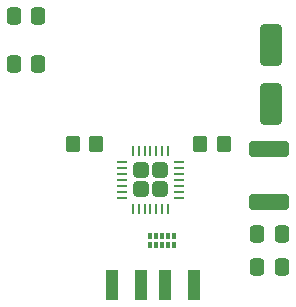
<source format=gtp>
%TF.GenerationSoftware,KiCad,Pcbnew,9.0.0*%
%TF.CreationDate,2025-12-11T11:24:11+01:00*%
%TF.ProjectId,rfidReader,72666964-5265-4616-9465-722e6b696361,rev?*%
%TF.SameCoordinates,Original*%
%TF.FileFunction,Paste,Top*%
%TF.FilePolarity,Positive*%
%FSLAX46Y46*%
G04 Gerber Fmt 4.6, Leading zero omitted, Abs format (unit mm)*
G04 Created by KiCad (PCBNEW 9.0.0) date 2025-12-11 11:24:11*
%MOMM*%
%LPD*%
G01*
G04 APERTURE LIST*
G04 Aperture macros list*
%AMRoundRect*
0 Rectangle with rounded corners*
0 $1 Rounding radius*
0 $2 $3 $4 $5 $6 $7 $8 $9 X,Y pos of 4 corners*
0 Add a 4 corners polygon primitive as box body*
4,1,4,$2,$3,$4,$5,$6,$7,$8,$9,$2,$3,0*
0 Add four circle primitives for the rounded corners*
1,1,$1+$1,$2,$3*
1,1,$1+$1,$4,$5*
1,1,$1+$1,$6,$7*
1,1,$1+$1,$8,$9*
0 Add four rect primitives between the rounded corners*
20,1,$1+$1,$2,$3,$4,$5,0*
20,1,$1+$1,$4,$5,$6,$7,0*
20,1,$1+$1,$6,$7,$8,$9,0*
20,1,$1+$1,$8,$9,$2,$3,0*%
G04 Aperture macros list end*
%ADD10RoundRect,0.250000X-1.450000X0.400000X-1.450000X-0.400000X1.450000X-0.400000X1.450000X0.400000X0*%
%ADD11R,1.100000X2.500000*%
%ADD12RoundRect,0.075000X-0.075000X-0.200000X0.075000X-0.200000X0.075000X0.200000X-0.075000X0.200000X0*%
%ADD13RoundRect,0.250000X-0.337500X-0.475000X0.337500X-0.475000X0.337500X0.475000X-0.337500X0.475000X0*%
%ADD14RoundRect,0.250000X0.405000X-0.405000X0.405000X0.405000X-0.405000X0.405000X-0.405000X-0.405000X0*%
%ADD15RoundRect,0.062500X0.062500X-0.337500X0.062500X0.337500X-0.062500X0.337500X-0.062500X-0.337500X0*%
%ADD16RoundRect,0.062500X0.337500X-0.062500X0.337500X0.062500X-0.337500X0.062500X-0.337500X-0.062500X0*%
%ADD17RoundRect,0.250000X0.350000X0.450000X-0.350000X0.450000X-0.350000X-0.450000X0.350000X-0.450000X0*%
%ADD18RoundRect,0.250000X0.650000X-1.500000X0.650000X1.500000X-0.650000X1.500000X-0.650000X-1.500000X0*%
G04 APERTURE END LIST*
D10*
%TO.C,F2*%
X225200000Y-143951667D03*
X225200000Y-148401667D03*
%TD*%
D11*
%TO.C,J1*%
X218915000Y-155450000D03*
X216415000Y-155450000D03*
X214415000Y-155450000D03*
X211915000Y-155450000D03*
%TD*%
D12*
%TO.C,U3*%
X215200000Y-152039000D03*
X215700000Y-152039000D03*
X216200000Y-152039000D03*
X216700000Y-152039000D03*
X217200000Y-152039000D03*
X217200000Y-151269000D03*
X216700000Y-151269000D03*
X216200000Y-151269000D03*
X215700000Y-151269000D03*
X215200000Y-151269000D03*
%TD*%
D13*
%TO.C,C2*%
X203642500Y-136706000D03*
X205717500Y-136706000D03*
%TD*%
D14*
%TO.C,U1A1*%
X214390000Y-147368000D03*
X216010000Y-147368000D03*
X214390000Y-145748000D03*
X216010000Y-145748000D03*
D15*
X213700000Y-149008000D03*
X214200000Y-149008000D03*
X214700000Y-149008000D03*
X215200000Y-149008000D03*
X215700000Y-149008000D03*
X216200000Y-149008000D03*
X216700000Y-149008000D03*
D16*
X217650000Y-148058000D03*
X217650000Y-147558000D03*
X217650000Y-147058000D03*
X217650000Y-146558000D03*
X217650000Y-146058000D03*
X217650000Y-145558000D03*
X217650000Y-145058000D03*
D15*
X216700000Y-144108000D03*
X216200000Y-144108000D03*
X215700000Y-144108000D03*
X215200000Y-144108000D03*
X214700000Y-144108000D03*
X214200000Y-144108000D03*
X213700000Y-144108000D03*
D16*
X212750000Y-145058000D03*
X212750000Y-145558000D03*
X212750000Y-146058000D03*
X212750000Y-146558000D03*
X212750000Y-147058000D03*
X212750000Y-147558000D03*
X212750000Y-148058000D03*
%TD*%
D13*
%TO.C,C4*%
X224232500Y-153924000D03*
X226307500Y-153924000D03*
%TD*%
%TO.C,C3*%
X224232500Y-151120333D03*
X226307500Y-151120333D03*
%TD*%
%TO.C,C1*%
X203642500Y-132642000D03*
X205717500Y-132642000D03*
%TD*%
D17*
%TO.C,R8*%
X221400000Y-143500000D03*
X219400000Y-143500000D03*
%TD*%
%TO.C,R9*%
X210600000Y-143500000D03*
X208600000Y-143500000D03*
%TD*%
D18*
%TO.C,D1*%
X225400000Y-140168000D03*
X225400000Y-135168000D03*
%TD*%
M02*

</source>
